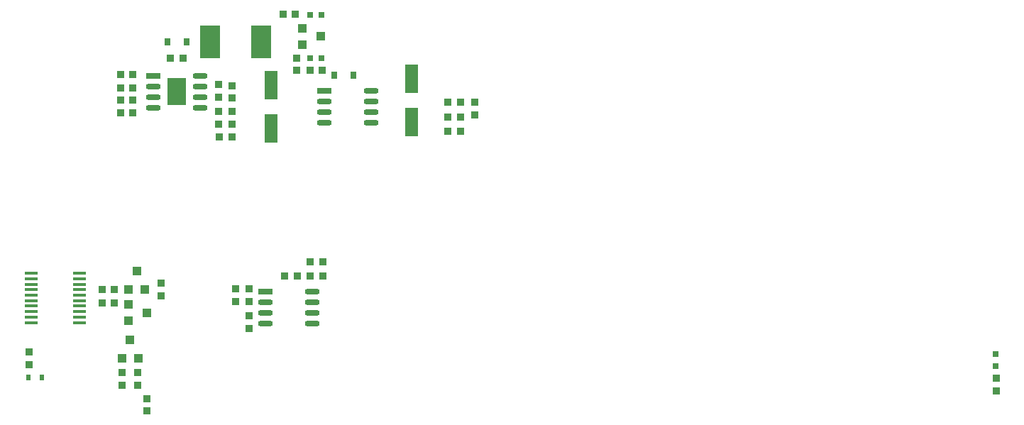
<source format=gbr>
%TF.GenerationSoftware,Altium Limited,Altium Designer,21.0.8 (223)*%
G04 Layer_Color=8421504*
%FSLAX26Y26*%
%MOIN*%
%TF.SameCoordinates,3528F89D-DF25-4B87-B81C-8702AA7ACEB5*%
%TF.FilePolarity,Positive*%
%TF.FileFunction,Paste,Top*%
%TF.Part,Single*%
G01*
G75*
%TA.AperFunction,SMDPad,CuDef*%
%ADD10R,0.030000X0.030000*%
%ADD11R,0.035433X0.035433*%
%ADD12R,0.035433X0.035433*%
%ADD13O,0.070866X0.025591*%
%ADD14R,0.070866X0.025591*%
%ADD15R,0.030000X0.030000*%
%ADD16R,0.027559X0.033465*%
%ADD17R,0.039370X0.039370*%
%ADD18R,0.059055X0.133858*%
%ADD19R,0.070866X0.029528*%
%ADD20O,0.070866X0.029528*%
%ADD21R,0.090551X0.127953*%
%ADD22R,0.039370X0.039370*%
%ADD23R,0.023622X0.031496*%
%ADD24R,0.062992X0.015748*%
%ADD25R,0.092520X0.157480*%
D10*
X4925133Y509902D02*
D03*
X4925197Y564402D02*
D03*
D11*
X4927166Y391732D02*
D03*
Y450788D02*
D03*
X1417323Y745079D02*
D03*
Y686024D02*
D03*
Y812008D02*
D03*
Y871063D02*
D03*
X1354331D02*
D03*
Y812008D02*
D03*
X2477362Y1689961D02*
D03*
Y1749016D02*
D03*
X1642717Y1956693D02*
D03*
Y1897638D02*
D03*
X1276575Y1704724D02*
D03*
Y1645669D02*
D03*
Y1771653D02*
D03*
Y1830709D02*
D03*
X1339567Y1704725D02*
D03*
Y1645669D02*
D03*
Y1767716D02*
D03*
Y1826772D02*
D03*
X1004921Y897638D02*
D03*
Y838583D02*
D03*
X822835Y477362D02*
D03*
Y418307D02*
D03*
X895669Y477362D02*
D03*
Y418307D02*
D03*
X937992Y297244D02*
D03*
Y356299D02*
D03*
X386811Y515748D02*
D03*
Y574803D02*
D03*
D12*
X1706693Y932087D02*
D03*
X1765748D02*
D03*
X1706693Y999016D02*
D03*
X1765748D02*
D03*
X1584645Y932087D02*
D03*
X1643701D02*
D03*
X2353347Y1612205D02*
D03*
X2412402D02*
D03*
X2353347Y1679134D02*
D03*
X2412402D02*
D03*
X2353347Y1750000D02*
D03*
X2412402D02*
D03*
X1703740Y1899606D02*
D03*
X1762795D02*
D03*
X1636811Y2163386D02*
D03*
X1577756D02*
D03*
X1278543Y1584646D02*
D03*
X1337599D02*
D03*
X1050197Y1954724D02*
D03*
X1109252D02*
D03*
X873032Y1698819D02*
D03*
X813976D02*
D03*
X873032Y1757874D02*
D03*
X813976D02*
D03*
X813976Y1816929D02*
D03*
X873032D02*
D03*
X873032Y1879921D02*
D03*
X813976D02*
D03*
X727362Y805118D02*
D03*
X786418D02*
D03*
X727362Y868110D02*
D03*
X786418D02*
D03*
D13*
X1716535Y707480D02*
D03*
Y757480D02*
D03*
Y807480D02*
D03*
Y857480D02*
D03*
X1496063Y757480D02*
D03*
Y807480D02*
D03*
Y707480D02*
D03*
X1772638Y1751378D02*
D03*
Y1701378D02*
D03*
X1993110Y1801378D02*
D03*
Y1751378D02*
D03*
Y1701378D02*
D03*
Y1651378D02*
D03*
X1772638D02*
D03*
D14*
X1496063Y857480D02*
D03*
X1772638Y1801378D02*
D03*
D15*
X1705768Y1954788D02*
D03*
X1760268Y1954724D02*
D03*
X1705768Y2159513D02*
D03*
X1760268Y2159449D02*
D03*
D16*
X1908465Y1875984D02*
D03*
X1817913D02*
D03*
X1125000Y2033465D02*
D03*
X1034449D02*
D03*
D17*
X1670276Y2094488D02*
D03*
Y2019685D02*
D03*
X1756890Y2057086D02*
D03*
X851378Y797244D02*
D03*
X937992Y759842D02*
D03*
X851378Y722441D02*
D03*
D18*
X1520669Y1624016D02*
D03*
Y1828740D02*
D03*
X2182087Y1860236D02*
D03*
Y1655512D02*
D03*
D19*
X969488Y1872244D02*
D03*
D20*
Y1772244D02*
D03*
Y1722244D02*
D03*
X1189961Y1872244D02*
D03*
Y1772244D02*
D03*
Y1722244D02*
D03*
X969488Y1822244D02*
D03*
X1189961D02*
D03*
D21*
X1079724Y1797244D02*
D03*
D22*
X860237Y631890D02*
D03*
X822835Y545276D02*
D03*
X897638D02*
D03*
X928150Y868110D02*
D03*
X890749Y954724D02*
D03*
X853347Y868110D02*
D03*
D23*
X382874Y454725D02*
D03*
X445866D02*
D03*
D24*
X394685Y841536D02*
D03*
Y815945D02*
D03*
Y739173D02*
D03*
Y713583D02*
D03*
Y764764D02*
D03*
Y867126D02*
D03*
Y892717D02*
D03*
Y918307D02*
D03*
Y943898D02*
D03*
X623032Y713583D02*
D03*
Y739173D02*
D03*
Y764764D02*
D03*
Y790355D02*
D03*
Y815945D02*
D03*
Y841536D02*
D03*
Y867126D02*
D03*
Y892717D02*
D03*
Y918307D02*
D03*
Y943898D02*
D03*
X394685Y790355D02*
D03*
D25*
X1474409Y2033465D02*
D03*
X1236220D02*
D03*
%TF.MD5,e050644892f3be864af91966a3a31ff8*%
M02*

</source>
